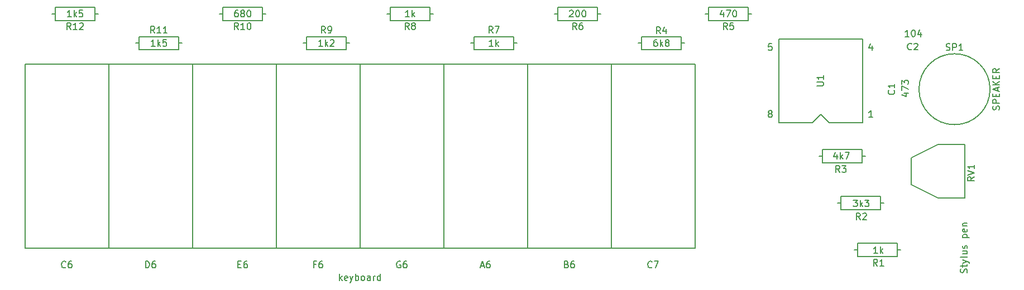
<source format=gto>
G04 #@! TF.FileFunction,Legend,Top*
%FSLAX46Y46*%
G04 Gerber Fmt 4.6, Leading zero omitted, Abs format (unit mm)*
G04 Created by KiCad (PCBNEW 4.0.1-stable) date 2016/10/28 19:38:33*
%MOMM*%
G01*
G04 APERTURE LIST*
%ADD10C,0.100000*%
%ADD11C,0.150000*%
G04 APERTURE END LIST*
D10*
D11*
X195490000Y-93510000D02*
X194220000Y-92240000D01*
X194220000Y-92240000D02*
X192950000Y-93510000D01*
X192950000Y-93510000D02*
X187870000Y-93510000D01*
X187870000Y-93510000D02*
X187870000Y-80810000D01*
X187870000Y-80810000D02*
X200570000Y-80810000D01*
X200570000Y-80810000D02*
X200570000Y-93510000D01*
X200570000Y-93510000D02*
X195490000Y-93510000D01*
X162470000Y-84620000D02*
X162470000Y-112560000D01*
X149770000Y-84620000D02*
X149770000Y-112560000D01*
X137070000Y-84620000D02*
X137070000Y-112560000D01*
X124370000Y-84620000D02*
X124370000Y-112560000D01*
X111670000Y-84620000D02*
X111670000Y-112560000D01*
X98970000Y-84620000D02*
X98970000Y-112560000D01*
X86270000Y-84620000D02*
X86270000Y-112560000D01*
X73570000Y-84620000D02*
X73570000Y-112560000D01*
X73570000Y-112560000D02*
X175170000Y-112560000D01*
X175170000Y-112560000D02*
X175170000Y-84620000D01*
X175170000Y-84620000D02*
X73570000Y-84620000D01*
X205856000Y-112814000D02*
X206356000Y-112814000D01*
X199856000Y-112814000D02*
X199356000Y-112814000D01*
X205856000Y-113814000D02*
X199856000Y-113814000D01*
X199856000Y-113814000D02*
X199856000Y-111814000D01*
X205856000Y-111814000D02*
X205856000Y-113814000D01*
X199856000Y-111814000D02*
X205856000Y-111814000D01*
X197316000Y-105702000D02*
X196816000Y-105702000D01*
X203316000Y-105702000D02*
X203816000Y-105702000D01*
X197316000Y-104702000D02*
X203316000Y-104702000D01*
X203316000Y-104702000D02*
X203316000Y-106702000D01*
X197316000Y-106702000D02*
X197316000Y-104702000D01*
X203316000Y-106702000D02*
X197316000Y-106702000D01*
X200522000Y-98590000D02*
X201022000Y-98590000D01*
X194522000Y-98590000D02*
X194022000Y-98590000D01*
X200522000Y-99590000D02*
X194522000Y-99590000D01*
X194522000Y-99590000D02*
X194522000Y-97590000D01*
X200522000Y-97590000D02*
X200522000Y-99590000D01*
X194522000Y-97590000D02*
X200522000Y-97590000D01*
X173090000Y-81445000D02*
X173590000Y-81445000D01*
X167090000Y-81445000D02*
X166590000Y-81445000D01*
X173090000Y-82445000D02*
X167090000Y-82445000D01*
X167090000Y-82445000D02*
X167090000Y-80445000D01*
X173090000Y-80445000D02*
X173090000Y-82445000D01*
X167090000Y-80445000D02*
X173090000Y-80445000D01*
X183250000Y-77000000D02*
X183750000Y-77000000D01*
X177250000Y-77000000D02*
X176750000Y-77000000D01*
X183250000Y-78000000D02*
X177250000Y-78000000D01*
X177250000Y-78000000D02*
X177250000Y-76000000D01*
X183250000Y-76000000D02*
X183250000Y-78000000D01*
X177250000Y-76000000D02*
X183250000Y-76000000D01*
X154390000Y-77000000D02*
X153890000Y-77000000D01*
X160390000Y-77000000D02*
X160890000Y-77000000D01*
X154390000Y-76000000D02*
X160390000Y-76000000D01*
X160390000Y-76000000D02*
X160390000Y-78000000D01*
X154390000Y-78000000D02*
X154390000Y-76000000D01*
X160390000Y-78000000D02*
X154390000Y-78000000D01*
X141690000Y-81445000D02*
X141190000Y-81445000D01*
X147690000Y-81445000D02*
X148190000Y-81445000D01*
X141690000Y-80445000D02*
X147690000Y-80445000D01*
X147690000Y-80445000D02*
X147690000Y-82445000D01*
X141690000Y-82445000D02*
X141690000Y-80445000D01*
X147690000Y-82445000D02*
X141690000Y-82445000D01*
X128990000Y-77000000D02*
X128490000Y-77000000D01*
X134990000Y-77000000D02*
X135490000Y-77000000D01*
X128990000Y-76000000D02*
X134990000Y-76000000D01*
X134990000Y-76000000D02*
X134990000Y-78000000D01*
X128990000Y-78000000D02*
X128990000Y-76000000D01*
X134990000Y-78000000D02*
X128990000Y-78000000D01*
X116290000Y-81445000D02*
X115790000Y-81445000D01*
X122290000Y-81445000D02*
X122790000Y-81445000D01*
X116290000Y-80445000D02*
X122290000Y-80445000D01*
X122290000Y-80445000D02*
X122290000Y-82445000D01*
X116290000Y-82445000D02*
X116290000Y-80445000D01*
X122290000Y-82445000D02*
X116290000Y-82445000D01*
X103590000Y-77000000D02*
X103090000Y-77000000D01*
X109590000Y-77000000D02*
X110090000Y-77000000D01*
X103590000Y-76000000D02*
X109590000Y-76000000D01*
X109590000Y-76000000D02*
X109590000Y-78000000D01*
X103590000Y-78000000D02*
X103590000Y-76000000D01*
X109590000Y-78000000D02*
X103590000Y-78000000D01*
X90890000Y-81445000D02*
X90390000Y-81445000D01*
X96890000Y-81445000D02*
X97390000Y-81445000D01*
X90890000Y-80445000D02*
X96890000Y-80445000D01*
X96890000Y-80445000D02*
X96890000Y-82445000D01*
X90890000Y-82445000D02*
X90890000Y-80445000D01*
X96890000Y-82445000D02*
X90890000Y-82445000D01*
X78190000Y-77000000D02*
X77690000Y-77000000D01*
X84190000Y-77000000D02*
X84690000Y-77000000D01*
X78190000Y-76000000D02*
X84190000Y-76000000D01*
X84190000Y-76000000D02*
X84190000Y-78000000D01*
X78190000Y-78000000D02*
X78190000Y-76000000D01*
X84190000Y-78000000D02*
X78190000Y-78000000D01*
X216064000Y-104940000D02*
X216064000Y-96812000D01*
X216064000Y-96812000D02*
X212000000Y-96812000D01*
X212000000Y-96812000D02*
X207936000Y-98844000D01*
X207936000Y-98844000D02*
X207936000Y-102908000D01*
X207936000Y-102908000D02*
X212000000Y-104940000D01*
X212000000Y-104940000D02*
X216064000Y-104940000D01*
X219928154Y-88430000D02*
G75*
G03X219928154Y-88430000I-5388154J0D01*
G01*
X193672381Y-87921905D02*
X194481905Y-87921905D01*
X194577143Y-87874286D01*
X194624762Y-87826667D01*
X194672381Y-87731429D01*
X194672381Y-87540952D01*
X194624762Y-87445714D01*
X194577143Y-87398095D01*
X194481905Y-87350476D01*
X193672381Y-87350476D01*
X194672381Y-86350476D02*
X194672381Y-86921905D01*
X194672381Y-86636191D02*
X193672381Y-86636191D01*
X193815238Y-86731429D01*
X193910476Y-86826667D01*
X193958095Y-86921905D01*
X186504762Y-92120952D02*
X186409524Y-92073333D01*
X186361905Y-92025714D01*
X186314286Y-91930476D01*
X186314286Y-91882857D01*
X186361905Y-91787619D01*
X186409524Y-91740000D01*
X186504762Y-91692381D01*
X186695239Y-91692381D01*
X186790477Y-91740000D01*
X186838096Y-91787619D01*
X186885715Y-91882857D01*
X186885715Y-91930476D01*
X186838096Y-92025714D01*
X186790477Y-92073333D01*
X186695239Y-92120952D01*
X186504762Y-92120952D01*
X186409524Y-92168571D01*
X186361905Y-92216190D01*
X186314286Y-92311429D01*
X186314286Y-92501905D01*
X186361905Y-92597143D01*
X186409524Y-92644762D01*
X186504762Y-92692381D01*
X186695239Y-92692381D01*
X186790477Y-92644762D01*
X186838096Y-92597143D01*
X186885715Y-92501905D01*
X186885715Y-92311429D01*
X186838096Y-92216190D01*
X186790477Y-92168571D01*
X186695239Y-92120952D01*
X186838096Y-81532381D02*
X186361905Y-81532381D01*
X186314286Y-82008571D01*
X186361905Y-81960952D01*
X186457143Y-81913333D01*
X186695239Y-81913333D01*
X186790477Y-81960952D01*
X186838096Y-82008571D01*
X186885715Y-82103810D01*
X186885715Y-82341905D01*
X186838096Y-82437143D01*
X186790477Y-82484762D01*
X186695239Y-82532381D01*
X186457143Y-82532381D01*
X186361905Y-82484762D01*
X186314286Y-82437143D01*
X202030477Y-81865714D02*
X202030477Y-82532381D01*
X201792381Y-81484762D02*
X201554286Y-82199048D01*
X202173334Y-82199048D01*
X202125715Y-92692381D02*
X201554286Y-92692381D01*
X201840000Y-92692381D02*
X201840000Y-91692381D01*
X201744762Y-91835238D01*
X201649524Y-91930476D01*
X201554286Y-91978095D01*
X121274761Y-117457381D02*
X121274761Y-116457381D01*
X121369999Y-117076429D02*
X121655714Y-117457381D01*
X121655714Y-116790714D02*
X121274761Y-117171667D01*
X122465238Y-117409762D02*
X122370000Y-117457381D01*
X122179523Y-117457381D01*
X122084285Y-117409762D01*
X122036666Y-117314524D01*
X122036666Y-116933571D01*
X122084285Y-116838333D01*
X122179523Y-116790714D01*
X122370000Y-116790714D01*
X122465238Y-116838333D01*
X122512857Y-116933571D01*
X122512857Y-117028810D01*
X122036666Y-117124048D01*
X122846190Y-116790714D02*
X123084285Y-117457381D01*
X123322381Y-116790714D02*
X123084285Y-117457381D01*
X122989047Y-117695476D01*
X122941428Y-117743095D01*
X122846190Y-117790714D01*
X123703333Y-117457381D02*
X123703333Y-116457381D01*
X123703333Y-116838333D02*
X123798571Y-116790714D01*
X123989048Y-116790714D01*
X124084286Y-116838333D01*
X124131905Y-116885952D01*
X124179524Y-116981190D01*
X124179524Y-117266905D01*
X124131905Y-117362143D01*
X124084286Y-117409762D01*
X123989048Y-117457381D01*
X123798571Y-117457381D01*
X123703333Y-117409762D01*
X124750952Y-117457381D02*
X124655714Y-117409762D01*
X124608095Y-117362143D01*
X124560476Y-117266905D01*
X124560476Y-116981190D01*
X124608095Y-116885952D01*
X124655714Y-116838333D01*
X124750952Y-116790714D01*
X124893810Y-116790714D01*
X124989048Y-116838333D01*
X125036667Y-116885952D01*
X125084286Y-116981190D01*
X125084286Y-117266905D01*
X125036667Y-117362143D01*
X124989048Y-117409762D01*
X124893810Y-117457381D01*
X124750952Y-117457381D01*
X125941429Y-117457381D02*
X125941429Y-116933571D01*
X125893810Y-116838333D01*
X125798572Y-116790714D01*
X125608095Y-116790714D01*
X125512857Y-116838333D01*
X125941429Y-117409762D02*
X125846191Y-117457381D01*
X125608095Y-117457381D01*
X125512857Y-117409762D01*
X125465238Y-117314524D01*
X125465238Y-117219286D01*
X125512857Y-117124048D01*
X125608095Y-117076429D01*
X125846191Y-117076429D01*
X125941429Y-117028810D01*
X126417619Y-117457381D02*
X126417619Y-116790714D01*
X126417619Y-116981190D02*
X126465238Y-116885952D01*
X126512857Y-116838333D01*
X126608095Y-116790714D01*
X126703334Y-116790714D01*
X127465239Y-117457381D02*
X127465239Y-116457381D01*
X127465239Y-117409762D02*
X127370001Y-117457381D01*
X127179524Y-117457381D01*
X127084286Y-117409762D01*
X127036667Y-117362143D01*
X126989048Y-117266905D01*
X126989048Y-116981190D01*
X127036667Y-116885952D01*
X127084286Y-116838333D01*
X127179524Y-116790714D01*
X127370001Y-116790714D01*
X127465239Y-116838333D01*
X168653334Y-115457143D02*
X168605715Y-115504762D01*
X168462858Y-115552381D01*
X168367620Y-115552381D01*
X168224762Y-115504762D01*
X168129524Y-115409524D01*
X168081905Y-115314286D01*
X168034286Y-115123810D01*
X168034286Y-114980952D01*
X168081905Y-114790476D01*
X168129524Y-114695238D01*
X168224762Y-114600000D01*
X168367620Y-114552381D01*
X168462858Y-114552381D01*
X168605715Y-114600000D01*
X168653334Y-114647619D01*
X168986667Y-114552381D02*
X169653334Y-114552381D01*
X169224762Y-115552381D01*
X155715239Y-115028571D02*
X155858096Y-115076190D01*
X155905715Y-115123810D01*
X155953334Y-115219048D01*
X155953334Y-115361905D01*
X155905715Y-115457143D01*
X155858096Y-115504762D01*
X155762858Y-115552381D01*
X155381905Y-115552381D01*
X155381905Y-114552381D01*
X155715239Y-114552381D01*
X155810477Y-114600000D01*
X155858096Y-114647619D01*
X155905715Y-114742857D01*
X155905715Y-114838095D01*
X155858096Y-114933333D01*
X155810477Y-114980952D01*
X155715239Y-115028571D01*
X155381905Y-115028571D01*
X156810477Y-114552381D02*
X156620000Y-114552381D01*
X156524762Y-114600000D01*
X156477143Y-114647619D01*
X156381905Y-114790476D01*
X156334286Y-114980952D01*
X156334286Y-115361905D01*
X156381905Y-115457143D01*
X156429524Y-115504762D01*
X156524762Y-115552381D01*
X156715239Y-115552381D01*
X156810477Y-115504762D01*
X156858096Y-115457143D01*
X156905715Y-115361905D01*
X156905715Y-115123810D01*
X156858096Y-115028571D01*
X156810477Y-114980952D01*
X156715239Y-114933333D01*
X156524762Y-114933333D01*
X156429524Y-114980952D01*
X156381905Y-115028571D01*
X156334286Y-115123810D01*
X142705714Y-115266667D02*
X143181905Y-115266667D01*
X142610476Y-115552381D02*
X142943809Y-114552381D01*
X143277143Y-115552381D01*
X144039048Y-114552381D02*
X143848571Y-114552381D01*
X143753333Y-114600000D01*
X143705714Y-114647619D01*
X143610476Y-114790476D01*
X143562857Y-114980952D01*
X143562857Y-115361905D01*
X143610476Y-115457143D01*
X143658095Y-115504762D01*
X143753333Y-115552381D01*
X143943810Y-115552381D01*
X144039048Y-115504762D01*
X144086667Y-115457143D01*
X144134286Y-115361905D01*
X144134286Y-115123810D01*
X144086667Y-115028571D01*
X144039048Y-114980952D01*
X143943810Y-114933333D01*
X143753333Y-114933333D01*
X143658095Y-114980952D01*
X143610476Y-115028571D01*
X143562857Y-115123810D01*
X130505715Y-114600000D02*
X130410477Y-114552381D01*
X130267620Y-114552381D01*
X130124762Y-114600000D01*
X130029524Y-114695238D01*
X129981905Y-114790476D01*
X129934286Y-114980952D01*
X129934286Y-115123810D01*
X129981905Y-115314286D01*
X130029524Y-115409524D01*
X130124762Y-115504762D01*
X130267620Y-115552381D01*
X130362858Y-115552381D01*
X130505715Y-115504762D01*
X130553334Y-115457143D01*
X130553334Y-115123810D01*
X130362858Y-115123810D01*
X131410477Y-114552381D02*
X131220000Y-114552381D01*
X131124762Y-114600000D01*
X131077143Y-114647619D01*
X130981905Y-114790476D01*
X130934286Y-114980952D01*
X130934286Y-115361905D01*
X130981905Y-115457143D01*
X131029524Y-115504762D01*
X131124762Y-115552381D01*
X131315239Y-115552381D01*
X131410477Y-115504762D01*
X131458096Y-115457143D01*
X131505715Y-115361905D01*
X131505715Y-115123810D01*
X131458096Y-115028571D01*
X131410477Y-114980952D01*
X131315239Y-114933333D01*
X131124762Y-114933333D01*
X131029524Y-114980952D01*
X130981905Y-115028571D01*
X130934286Y-115123810D01*
X117686667Y-115028571D02*
X117353333Y-115028571D01*
X117353333Y-115552381D02*
X117353333Y-114552381D01*
X117829524Y-114552381D01*
X118639048Y-114552381D02*
X118448571Y-114552381D01*
X118353333Y-114600000D01*
X118305714Y-114647619D01*
X118210476Y-114790476D01*
X118162857Y-114980952D01*
X118162857Y-115361905D01*
X118210476Y-115457143D01*
X118258095Y-115504762D01*
X118353333Y-115552381D01*
X118543810Y-115552381D01*
X118639048Y-115504762D01*
X118686667Y-115457143D01*
X118734286Y-115361905D01*
X118734286Y-115123810D01*
X118686667Y-115028571D01*
X118639048Y-114980952D01*
X118543810Y-114933333D01*
X118353333Y-114933333D01*
X118258095Y-114980952D01*
X118210476Y-115028571D01*
X118162857Y-115123810D01*
X105899524Y-115028571D02*
X106232858Y-115028571D01*
X106375715Y-115552381D02*
X105899524Y-115552381D01*
X105899524Y-114552381D01*
X106375715Y-114552381D01*
X107232858Y-114552381D02*
X107042381Y-114552381D01*
X106947143Y-114600000D01*
X106899524Y-114647619D01*
X106804286Y-114790476D01*
X106756667Y-114980952D01*
X106756667Y-115361905D01*
X106804286Y-115457143D01*
X106851905Y-115504762D01*
X106947143Y-115552381D01*
X107137620Y-115552381D01*
X107232858Y-115504762D01*
X107280477Y-115457143D01*
X107328096Y-115361905D01*
X107328096Y-115123810D01*
X107280477Y-115028571D01*
X107232858Y-114980952D01*
X107137620Y-114933333D01*
X106947143Y-114933333D01*
X106851905Y-114980952D01*
X106804286Y-115028571D01*
X106756667Y-115123810D01*
X91881905Y-115552381D02*
X91881905Y-114552381D01*
X92120000Y-114552381D01*
X92262858Y-114600000D01*
X92358096Y-114695238D01*
X92405715Y-114790476D01*
X92453334Y-114980952D01*
X92453334Y-115123810D01*
X92405715Y-115314286D01*
X92358096Y-115409524D01*
X92262858Y-115504762D01*
X92120000Y-115552381D01*
X91881905Y-115552381D01*
X93310477Y-114552381D02*
X93120000Y-114552381D01*
X93024762Y-114600000D01*
X92977143Y-114647619D01*
X92881905Y-114790476D01*
X92834286Y-114980952D01*
X92834286Y-115361905D01*
X92881905Y-115457143D01*
X92929524Y-115504762D01*
X93024762Y-115552381D01*
X93215239Y-115552381D01*
X93310477Y-115504762D01*
X93358096Y-115457143D01*
X93405715Y-115361905D01*
X93405715Y-115123810D01*
X93358096Y-115028571D01*
X93310477Y-114980952D01*
X93215239Y-114933333D01*
X93024762Y-114933333D01*
X92929524Y-114980952D01*
X92881905Y-115028571D01*
X92834286Y-115123810D01*
X79753334Y-115457143D02*
X79705715Y-115504762D01*
X79562858Y-115552381D01*
X79467620Y-115552381D01*
X79324762Y-115504762D01*
X79229524Y-115409524D01*
X79181905Y-115314286D01*
X79134286Y-115123810D01*
X79134286Y-114980952D01*
X79181905Y-114790476D01*
X79229524Y-114695238D01*
X79324762Y-114600000D01*
X79467620Y-114552381D01*
X79562858Y-114552381D01*
X79705715Y-114600000D01*
X79753334Y-114647619D01*
X80610477Y-114552381D02*
X80420000Y-114552381D01*
X80324762Y-114600000D01*
X80277143Y-114647619D01*
X80181905Y-114790476D01*
X80134286Y-114980952D01*
X80134286Y-115361905D01*
X80181905Y-115457143D01*
X80229524Y-115504762D01*
X80324762Y-115552381D01*
X80515239Y-115552381D01*
X80610477Y-115504762D01*
X80658096Y-115457143D01*
X80705715Y-115361905D01*
X80705715Y-115123810D01*
X80658096Y-115028571D01*
X80610477Y-114980952D01*
X80515239Y-114933333D01*
X80324762Y-114933333D01*
X80229524Y-114980952D01*
X80181905Y-115028571D01*
X80134286Y-115123810D01*
X205372143Y-88596666D02*
X205419762Y-88644285D01*
X205467381Y-88787142D01*
X205467381Y-88882380D01*
X205419762Y-89025238D01*
X205324524Y-89120476D01*
X205229286Y-89168095D01*
X205038810Y-89215714D01*
X204895952Y-89215714D01*
X204705476Y-89168095D01*
X204610238Y-89120476D01*
X204515000Y-89025238D01*
X204467381Y-88882380D01*
X204467381Y-88787142D01*
X204515000Y-88644285D01*
X204562619Y-88596666D01*
X205467381Y-87644285D02*
X205467381Y-88215714D01*
X205467381Y-87930000D02*
X204467381Y-87930000D01*
X204610238Y-88025238D01*
X204705476Y-88120476D01*
X204753095Y-88215714D01*
X206885714Y-89061904D02*
X207552381Y-89061904D01*
X206504762Y-89300000D02*
X207219048Y-89538095D01*
X207219048Y-88919047D01*
X206552381Y-88633333D02*
X206552381Y-87966666D01*
X207552381Y-88395238D01*
X206552381Y-87680952D02*
X206552381Y-87061904D01*
X206933333Y-87395238D01*
X206933333Y-87252380D01*
X206980952Y-87157142D01*
X207028571Y-87109523D01*
X207123810Y-87061904D01*
X207361905Y-87061904D01*
X207457143Y-87109523D01*
X207504762Y-87157142D01*
X207552381Y-87252380D01*
X207552381Y-87538095D01*
X207504762Y-87633333D01*
X207457143Y-87680952D01*
X208033334Y-82357143D02*
X207985715Y-82404762D01*
X207842858Y-82452381D01*
X207747620Y-82452381D01*
X207604762Y-82404762D01*
X207509524Y-82309524D01*
X207461905Y-82214286D01*
X207414286Y-82023810D01*
X207414286Y-81880952D01*
X207461905Y-81690476D01*
X207509524Y-81595238D01*
X207604762Y-81500000D01*
X207747620Y-81452381D01*
X207842858Y-81452381D01*
X207985715Y-81500000D01*
X208033334Y-81547619D01*
X208414286Y-81547619D02*
X208461905Y-81500000D01*
X208557143Y-81452381D01*
X208795239Y-81452381D01*
X208890477Y-81500000D01*
X208938096Y-81547619D01*
X208985715Y-81642857D01*
X208985715Y-81738095D01*
X208938096Y-81880952D01*
X208366667Y-82452381D01*
X208985715Y-82452381D01*
X207633334Y-80452381D02*
X207061905Y-80452381D01*
X207347619Y-80452381D02*
X207347619Y-79452381D01*
X207252381Y-79595238D01*
X207157143Y-79690476D01*
X207061905Y-79738095D01*
X208252381Y-79452381D02*
X208347620Y-79452381D01*
X208442858Y-79500000D01*
X208490477Y-79547619D01*
X208538096Y-79642857D01*
X208585715Y-79833333D01*
X208585715Y-80071429D01*
X208538096Y-80261905D01*
X208490477Y-80357143D01*
X208442858Y-80404762D01*
X208347620Y-80452381D01*
X208252381Y-80452381D01*
X208157143Y-80404762D01*
X208109524Y-80357143D01*
X208061905Y-80261905D01*
X208014286Y-80071429D01*
X208014286Y-79833333D01*
X208061905Y-79642857D01*
X208109524Y-79547619D01*
X208157143Y-79500000D01*
X208252381Y-79452381D01*
X209442858Y-79785714D02*
X209442858Y-80452381D01*
X209204762Y-79404762D02*
X208966667Y-80119048D01*
X209585715Y-80119048D01*
X202833334Y-115252381D02*
X202500000Y-114776190D01*
X202261905Y-115252381D02*
X202261905Y-114252381D01*
X202642858Y-114252381D01*
X202738096Y-114300000D01*
X202785715Y-114347619D01*
X202833334Y-114442857D01*
X202833334Y-114585714D01*
X202785715Y-114680952D01*
X202738096Y-114728571D01*
X202642858Y-114776190D01*
X202261905Y-114776190D01*
X203785715Y-115252381D02*
X203214286Y-115252381D01*
X203500000Y-115252381D02*
X203500000Y-114252381D01*
X203404762Y-114395238D01*
X203309524Y-114490476D01*
X203214286Y-114538095D01*
X202880953Y-113352381D02*
X202309524Y-113352381D01*
X202595238Y-113352381D02*
X202595238Y-112352381D01*
X202500000Y-112495238D01*
X202404762Y-112590476D01*
X202309524Y-112638095D01*
X203309524Y-113352381D02*
X203309524Y-112352381D01*
X203404762Y-112971429D02*
X203690477Y-113352381D01*
X203690477Y-112685714D02*
X203309524Y-113066667D01*
X200233334Y-108252381D02*
X199900000Y-107776190D01*
X199661905Y-108252381D02*
X199661905Y-107252381D01*
X200042858Y-107252381D01*
X200138096Y-107300000D01*
X200185715Y-107347619D01*
X200233334Y-107442857D01*
X200233334Y-107585714D01*
X200185715Y-107680952D01*
X200138096Y-107728571D01*
X200042858Y-107776190D01*
X199661905Y-107776190D01*
X200614286Y-107347619D02*
X200661905Y-107300000D01*
X200757143Y-107252381D01*
X200995239Y-107252381D01*
X201090477Y-107300000D01*
X201138096Y-107347619D01*
X201185715Y-107442857D01*
X201185715Y-107538095D01*
X201138096Y-107680952D01*
X200566667Y-108252381D01*
X201185715Y-108252381D01*
X199185714Y-105252381D02*
X199804762Y-105252381D01*
X199471428Y-105633333D01*
X199614286Y-105633333D01*
X199709524Y-105680952D01*
X199757143Y-105728571D01*
X199804762Y-105823810D01*
X199804762Y-106061905D01*
X199757143Y-106157143D01*
X199709524Y-106204762D01*
X199614286Y-106252381D01*
X199328571Y-106252381D01*
X199233333Y-106204762D01*
X199185714Y-106157143D01*
X200233333Y-106252381D02*
X200233333Y-105252381D01*
X200328571Y-105871429D02*
X200614286Y-106252381D01*
X200614286Y-105585714D02*
X200233333Y-105966667D01*
X200947619Y-105252381D02*
X201566667Y-105252381D01*
X201233333Y-105633333D01*
X201376191Y-105633333D01*
X201471429Y-105680952D01*
X201519048Y-105728571D01*
X201566667Y-105823810D01*
X201566667Y-106061905D01*
X201519048Y-106157143D01*
X201471429Y-106204762D01*
X201376191Y-106252381D01*
X201090476Y-106252381D01*
X200995238Y-106204762D01*
X200947619Y-106157143D01*
X197133334Y-101052381D02*
X196800000Y-100576190D01*
X196561905Y-101052381D02*
X196561905Y-100052381D01*
X196942858Y-100052381D01*
X197038096Y-100100000D01*
X197085715Y-100147619D01*
X197133334Y-100242857D01*
X197133334Y-100385714D01*
X197085715Y-100480952D01*
X197038096Y-100528571D01*
X196942858Y-100576190D01*
X196561905Y-100576190D01*
X197466667Y-100052381D02*
X198085715Y-100052381D01*
X197752381Y-100433333D01*
X197895239Y-100433333D01*
X197990477Y-100480952D01*
X198038096Y-100528571D01*
X198085715Y-100623810D01*
X198085715Y-100861905D01*
X198038096Y-100957143D01*
X197990477Y-101004762D01*
X197895239Y-101052381D01*
X197609524Y-101052381D01*
X197514286Y-101004762D01*
X197466667Y-100957143D01*
X196704524Y-98375714D02*
X196704524Y-99042381D01*
X196466428Y-97994762D02*
X196228333Y-98709048D01*
X196847381Y-98709048D01*
X197228333Y-99042381D02*
X197228333Y-98042381D01*
X197323571Y-98661429D02*
X197609286Y-99042381D01*
X197609286Y-98375714D02*
X197228333Y-98756667D01*
X197942619Y-98042381D02*
X198609286Y-98042381D01*
X198180714Y-99042381D01*
X169923334Y-79992381D02*
X169590000Y-79516190D01*
X169351905Y-79992381D02*
X169351905Y-78992381D01*
X169732858Y-78992381D01*
X169828096Y-79040000D01*
X169875715Y-79087619D01*
X169923334Y-79182857D01*
X169923334Y-79325714D01*
X169875715Y-79420952D01*
X169828096Y-79468571D01*
X169732858Y-79516190D01*
X169351905Y-79516190D01*
X170780477Y-79325714D02*
X170780477Y-79992381D01*
X170542381Y-78944762D02*
X170304286Y-79659048D01*
X170923334Y-79659048D01*
X169399524Y-80897381D02*
X169209047Y-80897381D01*
X169113809Y-80945000D01*
X169066190Y-80992619D01*
X168970952Y-81135476D01*
X168923333Y-81325952D01*
X168923333Y-81706905D01*
X168970952Y-81802143D01*
X169018571Y-81849762D01*
X169113809Y-81897381D01*
X169304286Y-81897381D01*
X169399524Y-81849762D01*
X169447143Y-81802143D01*
X169494762Y-81706905D01*
X169494762Y-81468810D01*
X169447143Y-81373571D01*
X169399524Y-81325952D01*
X169304286Y-81278333D01*
X169113809Y-81278333D01*
X169018571Y-81325952D01*
X168970952Y-81373571D01*
X168923333Y-81468810D01*
X169923333Y-81897381D02*
X169923333Y-80897381D01*
X170018571Y-81516429D02*
X170304286Y-81897381D01*
X170304286Y-81230714D02*
X169923333Y-81611667D01*
X170875714Y-81325952D02*
X170780476Y-81278333D01*
X170732857Y-81230714D01*
X170685238Y-81135476D01*
X170685238Y-81087857D01*
X170732857Y-80992619D01*
X170780476Y-80945000D01*
X170875714Y-80897381D01*
X171066191Y-80897381D01*
X171161429Y-80945000D01*
X171209048Y-80992619D01*
X171256667Y-81087857D01*
X171256667Y-81135476D01*
X171209048Y-81230714D01*
X171161429Y-81278333D01*
X171066191Y-81325952D01*
X170875714Y-81325952D01*
X170780476Y-81373571D01*
X170732857Y-81421190D01*
X170685238Y-81516429D01*
X170685238Y-81706905D01*
X170732857Y-81802143D01*
X170780476Y-81849762D01*
X170875714Y-81897381D01*
X171066191Y-81897381D01*
X171161429Y-81849762D01*
X171209048Y-81802143D01*
X171256667Y-81706905D01*
X171256667Y-81516429D01*
X171209048Y-81421190D01*
X171161429Y-81373571D01*
X171066191Y-81325952D01*
X180083334Y-79357381D02*
X179750000Y-78881190D01*
X179511905Y-79357381D02*
X179511905Y-78357381D01*
X179892858Y-78357381D01*
X179988096Y-78405000D01*
X180035715Y-78452619D01*
X180083334Y-78547857D01*
X180083334Y-78690714D01*
X180035715Y-78785952D01*
X179988096Y-78833571D01*
X179892858Y-78881190D01*
X179511905Y-78881190D01*
X180988096Y-78357381D02*
X180511905Y-78357381D01*
X180464286Y-78833571D01*
X180511905Y-78785952D01*
X180607143Y-78738333D01*
X180845239Y-78738333D01*
X180940477Y-78785952D01*
X180988096Y-78833571D01*
X181035715Y-78928810D01*
X181035715Y-79166905D01*
X180988096Y-79262143D01*
X180940477Y-79309762D01*
X180845239Y-79357381D01*
X180607143Y-79357381D01*
X180511905Y-79309762D01*
X180464286Y-79262143D01*
X179488096Y-76785714D02*
X179488096Y-77452381D01*
X179250000Y-76404762D02*
X179011905Y-77119048D01*
X179630953Y-77119048D01*
X179916667Y-76452381D02*
X180583334Y-76452381D01*
X180154762Y-77452381D01*
X181154762Y-76452381D02*
X181250001Y-76452381D01*
X181345239Y-76500000D01*
X181392858Y-76547619D01*
X181440477Y-76642857D01*
X181488096Y-76833333D01*
X181488096Y-77071429D01*
X181440477Y-77261905D01*
X181392858Y-77357143D01*
X181345239Y-77404762D01*
X181250001Y-77452381D01*
X181154762Y-77452381D01*
X181059524Y-77404762D01*
X181011905Y-77357143D01*
X180964286Y-77261905D01*
X180916667Y-77071429D01*
X180916667Y-76833333D01*
X180964286Y-76642857D01*
X181011905Y-76547619D01*
X181059524Y-76500000D01*
X181154762Y-76452381D01*
X157223334Y-79357381D02*
X156890000Y-78881190D01*
X156651905Y-79357381D02*
X156651905Y-78357381D01*
X157032858Y-78357381D01*
X157128096Y-78405000D01*
X157175715Y-78452619D01*
X157223334Y-78547857D01*
X157223334Y-78690714D01*
X157175715Y-78785952D01*
X157128096Y-78833571D01*
X157032858Y-78881190D01*
X156651905Y-78881190D01*
X158080477Y-78357381D02*
X157890000Y-78357381D01*
X157794762Y-78405000D01*
X157747143Y-78452619D01*
X157651905Y-78595476D01*
X157604286Y-78785952D01*
X157604286Y-79166905D01*
X157651905Y-79262143D01*
X157699524Y-79309762D01*
X157794762Y-79357381D01*
X157985239Y-79357381D01*
X158080477Y-79309762D01*
X158128096Y-79262143D01*
X158175715Y-79166905D01*
X158175715Y-78928810D01*
X158128096Y-78833571D01*
X158080477Y-78785952D01*
X157985239Y-78738333D01*
X157794762Y-78738333D01*
X157699524Y-78785952D01*
X157651905Y-78833571D01*
X157604286Y-78928810D01*
X156151905Y-76547619D02*
X156199524Y-76500000D01*
X156294762Y-76452381D01*
X156532858Y-76452381D01*
X156628096Y-76500000D01*
X156675715Y-76547619D01*
X156723334Y-76642857D01*
X156723334Y-76738095D01*
X156675715Y-76880952D01*
X156104286Y-77452381D01*
X156723334Y-77452381D01*
X157342381Y-76452381D02*
X157437620Y-76452381D01*
X157532858Y-76500000D01*
X157580477Y-76547619D01*
X157628096Y-76642857D01*
X157675715Y-76833333D01*
X157675715Y-77071429D01*
X157628096Y-77261905D01*
X157580477Y-77357143D01*
X157532858Y-77404762D01*
X157437620Y-77452381D01*
X157342381Y-77452381D01*
X157247143Y-77404762D01*
X157199524Y-77357143D01*
X157151905Y-77261905D01*
X157104286Y-77071429D01*
X157104286Y-76833333D01*
X157151905Y-76642857D01*
X157199524Y-76547619D01*
X157247143Y-76500000D01*
X157342381Y-76452381D01*
X158294762Y-76452381D02*
X158390001Y-76452381D01*
X158485239Y-76500000D01*
X158532858Y-76547619D01*
X158580477Y-76642857D01*
X158628096Y-76833333D01*
X158628096Y-77071429D01*
X158580477Y-77261905D01*
X158532858Y-77357143D01*
X158485239Y-77404762D01*
X158390001Y-77452381D01*
X158294762Y-77452381D01*
X158199524Y-77404762D01*
X158151905Y-77357143D01*
X158104286Y-77261905D01*
X158056667Y-77071429D01*
X158056667Y-76833333D01*
X158104286Y-76642857D01*
X158151905Y-76547619D01*
X158199524Y-76500000D01*
X158294762Y-76452381D01*
X144523334Y-79897381D02*
X144190000Y-79421190D01*
X143951905Y-79897381D02*
X143951905Y-78897381D01*
X144332858Y-78897381D01*
X144428096Y-78945000D01*
X144475715Y-78992619D01*
X144523334Y-79087857D01*
X144523334Y-79230714D01*
X144475715Y-79325952D01*
X144428096Y-79373571D01*
X144332858Y-79421190D01*
X143951905Y-79421190D01*
X144856667Y-78897381D02*
X145523334Y-78897381D01*
X145094762Y-79897381D01*
X144570953Y-81897381D02*
X143999524Y-81897381D01*
X144285238Y-81897381D02*
X144285238Y-80897381D01*
X144190000Y-81040238D01*
X144094762Y-81135476D01*
X143999524Y-81183095D01*
X144999524Y-81897381D02*
X144999524Y-80897381D01*
X145094762Y-81516429D02*
X145380477Y-81897381D01*
X145380477Y-81230714D02*
X144999524Y-81611667D01*
X131823334Y-79357381D02*
X131490000Y-78881190D01*
X131251905Y-79357381D02*
X131251905Y-78357381D01*
X131632858Y-78357381D01*
X131728096Y-78405000D01*
X131775715Y-78452619D01*
X131823334Y-78547857D01*
X131823334Y-78690714D01*
X131775715Y-78785952D01*
X131728096Y-78833571D01*
X131632858Y-78881190D01*
X131251905Y-78881190D01*
X132394762Y-78785952D02*
X132299524Y-78738333D01*
X132251905Y-78690714D01*
X132204286Y-78595476D01*
X132204286Y-78547857D01*
X132251905Y-78452619D01*
X132299524Y-78405000D01*
X132394762Y-78357381D01*
X132585239Y-78357381D01*
X132680477Y-78405000D01*
X132728096Y-78452619D01*
X132775715Y-78547857D01*
X132775715Y-78595476D01*
X132728096Y-78690714D01*
X132680477Y-78738333D01*
X132585239Y-78785952D01*
X132394762Y-78785952D01*
X132299524Y-78833571D01*
X132251905Y-78881190D01*
X132204286Y-78976429D01*
X132204286Y-79166905D01*
X132251905Y-79262143D01*
X132299524Y-79309762D01*
X132394762Y-79357381D01*
X132585239Y-79357381D01*
X132680477Y-79309762D01*
X132728096Y-79262143D01*
X132775715Y-79166905D01*
X132775715Y-78976429D01*
X132728096Y-78881190D01*
X132680477Y-78833571D01*
X132585239Y-78785952D01*
X131870953Y-77452381D02*
X131299524Y-77452381D01*
X131585238Y-77452381D02*
X131585238Y-76452381D01*
X131490000Y-76595238D01*
X131394762Y-76690476D01*
X131299524Y-76738095D01*
X132299524Y-77452381D02*
X132299524Y-76452381D01*
X132394762Y-77071429D02*
X132680477Y-77452381D01*
X132680477Y-76785714D02*
X132299524Y-77166667D01*
X119123334Y-79897381D02*
X118790000Y-79421190D01*
X118551905Y-79897381D02*
X118551905Y-78897381D01*
X118932858Y-78897381D01*
X119028096Y-78945000D01*
X119075715Y-78992619D01*
X119123334Y-79087857D01*
X119123334Y-79230714D01*
X119075715Y-79325952D01*
X119028096Y-79373571D01*
X118932858Y-79421190D01*
X118551905Y-79421190D01*
X119599524Y-79897381D02*
X119790000Y-79897381D01*
X119885239Y-79849762D01*
X119932858Y-79802143D01*
X120028096Y-79659286D01*
X120075715Y-79468810D01*
X120075715Y-79087857D01*
X120028096Y-78992619D01*
X119980477Y-78945000D01*
X119885239Y-78897381D01*
X119694762Y-78897381D01*
X119599524Y-78945000D01*
X119551905Y-78992619D01*
X119504286Y-79087857D01*
X119504286Y-79325952D01*
X119551905Y-79421190D01*
X119599524Y-79468810D01*
X119694762Y-79516429D01*
X119885239Y-79516429D01*
X119980477Y-79468810D01*
X120028096Y-79421190D01*
X120075715Y-79325952D01*
X118694762Y-81897381D02*
X118123333Y-81897381D01*
X118409047Y-81897381D02*
X118409047Y-80897381D01*
X118313809Y-81040238D01*
X118218571Y-81135476D01*
X118123333Y-81183095D01*
X119123333Y-81897381D02*
X119123333Y-80897381D01*
X119218571Y-81516429D02*
X119504286Y-81897381D01*
X119504286Y-81230714D02*
X119123333Y-81611667D01*
X119885238Y-80992619D02*
X119932857Y-80945000D01*
X120028095Y-80897381D01*
X120266191Y-80897381D01*
X120361429Y-80945000D01*
X120409048Y-80992619D01*
X120456667Y-81087857D01*
X120456667Y-81183095D01*
X120409048Y-81325952D01*
X119837619Y-81897381D01*
X120456667Y-81897381D01*
X105947143Y-79357381D02*
X105613809Y-78881190D01*
X105375714Y-79357381D02*
X105375714Y-78357381D01*
X105756667Y-78357381D01*
X105851905Y-78405000D01*
X105899524Y-78452619D01*
X105947143Y-78547857D01*
X105947143Y-78690714D01*
X105899524Y-78785952D01*
X105851905Y-78833571D01*
X105756667Y-78881190D01*
X105375714Y-78881190D01*
X106899524Y-79357381D02*
X106328095Y-79357381D01*
X106613809Y-79357381D02*
X106613809Y-78357381D01*
X106518571Y-78500238D01*
X106423333Y-78595476D01*
X106328095Y-78643095D01*
X107518571Y-78357381D02*
X107613810Y-78357381D01*
X107709048Y-78405000D01*
X107756667Y-78452619D01*
X107804286Y-78547857D01*
X107851905Y-78738333D01*
X107851905Y-78976429D01*
X107804286Y-79166905D01*
X107756667Y-79262143D01*
X107709048Y-79309762D01*
X107613810Y-79357381D01*
X107518571Y-79357381D01*
X107423333Y-79309762D01*
X107375714Y-79262143D01*
X107328095Y-79166905D01*
X107280476Y-78976429D01*
X107280476Y-78738333D01*
X107328095Y-78547857D01*
X107375714Y-78452619D01*
X107423333Y-78405000D01*
X107518571Y-78357381D01*
X105828096Y-76452381D02*
X105637619Y-76452381D01*
X105542381Y-76500000D01*
X105494762Y-76547619D01*
X105399524Y-76690476D01*
X105351905Y-76880952D01*
X105351905Y-77261905D01*
X105399524Y-77357143D01*
X105447143Y-77404762D01*
X105542381Y-77452381D01*
X105732858Y-77452381D01*
X105828096Y-77404762D01*
X105875715Y-77357143D01*
X105923334Y-77261905D01*
X105923334Y-77023810D01*
X105875715Y-76928571D01*
X105828096Y-76880952D01*
X105732858Y-76833333D01*
X105542381Y-76833333D01*
X105447143Y-76880952D01*
X105399524Y-76928571D01*
X105351905Y-77023810D01*
X106494762Y-76880952D02*
X106399524Y-76833333D01*
X106351905Y-76785714D01*
X106304286Y-76690476D01*
X106304286Y-76642857D01*
X106351905Y-76547619D01*
X106399524Y-76500000D01*
X106494762Y-76452381D01*
X106685239Y-76452381D01*
X106780477Y-76500000D01*
X106828096Y-76547619D01*
X106875715Y-76642857D01*
X106875715Y-76690476D01*
X106828096Y-76785714D01*
X106780477Y-76833333D01*
X106685239Y-76880952D01*
X106494762Y-76880952D01*
X106399524Y-76928571D01*
X106351905Y-76976190D01*
X106304286Y-77071429D01*
X106304286Y-77261905D01*
X106351905Y-77357143D01*
X106399524Y-77404762D01*
X106494762Y-77452381D01*
X106685239Y-77452381D01*
X106780477Y-77404762D01*
X106828096Y-77357143D01*
X106875715Y-77261905D01*
X106875715Y-77071429D01*
X106828096Y-76976190D01*
X106780477Y-76928571D01*
X106685239Y-76880952D01*
X107494762Y-76452381D02*
X107590001Y-76452381D01*
X107685239Y-76500000D01*
X107732858Y-76547619D01*
X107780477Y-76642857D01*
X107828096Y-76833333D01*
X107828096Y-77071429D01*
X107780477Y-77261905D01*
X107732858Y-77357143D01*
X107685239Y-77404762D01*
X107590001Y-77452381D01*
X107494762Y-77452381D01*
X107399524Y-77404762D01*
X107351905Y-77357143D01*
X107304286Y-77261905D01*
X107256667Y-77071429D01*
X107256667Y-76833333D01*
X107304286Y-76642857D01*
X107351905Y-76547619D01*
X107399524Y-76500000D01*
X107494762Y-76452381D01*
X93247143Y-79897381D02*
X92913809Y-79421190D01*
X92675714Y-79897381D02*
X92675714Y-78897381D01*
X93056667Y-78897381D01*
X93151905Y-78945000D01*
X93199524Y-78992619D01*
X93247143Y-79087857D01*
X93247143Y-79230714D01*
X93199524Y-79325952D01*
X93151905Y-79373571D01*
X93056667Y-79421190D01*
X92675714Y-79421190D01*
X94199524Y-79897381D02*
X93628095Y-79897381D01*
X93913809Y-79897381D02*
X93913809Y-78897381D01*
X93818571Y-79040238D01*
X93723333Y-79135476D01*
X93628095Y-79183095D01*
X95151905Y-79897381D02*
X94580476Y-79897381D01*
X94866190Y-79897381D02*
X94866190Y-78897381D01*
X94770952Y-79040238D01*
X94675714Y-79135476D01*
X94580476Y-79183095D01*
X93294762Y-81897381D02*
X92723333Y-81897381D01*
X93009047Y-81897381D02*
X93009047Y-80897381D01*
X92913809Y-81040238D01*
X92818571Y-81135476D01*
X92723333Y-81183095D01*
X93723333Y-81897381D02*
X93723333Y-80897381D01*
X93818571Y-81516429D02*
X94104286Y-81897381D01*
X94104286Y-81230714D02*
X93723333Y-81611667D01*
X95009048Y-80897381D02*
X94532857Y-80897381D01*
X94485238Y-81373571D01*
X94532857Y-81325952D01*
X94628095Y-81278333D01*
X94866191Y-81278333D01*
X94961429Y-81325952D01*
X95009048Y-81373571D01*
X95056667Y-81468810D01*
X95056667Y-81706905D01*
X95009048Y-81802143D01*
X94961429Y-81849762D01*
X94866191Y-81897381D01*
X94628095Y-81897381D01*
X94532857Y-81849762D01*
X94485238Y-81802143D01*
X80547143Y-79357381D02*
X80213809Y-78881190D01*
X79975714Y-79357381D02*
X79975714Y-78357381D01*
X80356667Y-78357381D01*
X80451905Y-78405000D01*
X80499524Y-78452619D01*
X80547143Y-78547857D01*
X80547143Y-78690714D01*
X80499524Y-78785952D01*
X80451905Y-78833571D01*
X80356667Y-78881190D01*
X79975714Y-78881190D01*
X81499524Y-79357381D02*
X80928095Y-79357381D01*
X81213809Y-79357381D02*
X81213809Y-78357381D01*
X81118571Y-78500238D01*
X81023333Y-78595476D01*
X80928095Y-78643095D01*
X81880476Y-78452619D02*
X81928095Y-78405000D01*
X82023333Y-78357381D01*
X82261429Y-78357381D01*
X82356667Y-78405000D01*
X82404286Y-78452619D01*
X82451905Y-78547857D01*
X82451905Y-78643095D01*
X82404286Y-78785952D01*
X81832857Y-79357381D01*
X82451905Y-79357381D01*
X80594762Y-77452381D02*
X80023333Y-77452381D01*
X80309047Y-77452381D02*
X80309047Y-76452381D01*
X80213809Y-76595238D01*
X80118571Y-76690476D01*
X80023333Y-76738095D01*
X81023333Y-77452381D02*
X81023333Y-76452381D01*
X81118571Y-77071429D02*
X81404286Y-77452381D01*
X81404286Y-76785714D02*
X81023333Y-77166667D01*
X82309048Y-76452381D02*
X81832857Y-76452381D01*
X81785238Y-76928571D01*
X81832857Y-76880952D01*
X81928095Y-76833333D01*
X82166191Y-76833333D01*
X82261429Y-76880952D01*
X82309048Y-76928571D01*
X82356667Y-77023810D01*
X82356667Y-77261905D01*
X82309048Y-77357143D01*
X82261429Y-77404762D01*
X82166191Y-77452381D01*
X81928095Y-77452381D01*
X81832857Y-77404762D01*
X81785238Y-77357143D01*
X217532381Y-101725238D02*
X217056190Y-102058572D01*
X217532381Y-102296667D02*
X216532381Y-102296667D01*
X216532381Y-101915714D01*
X216580000Y-101820476D01*
X216627619Y-101772857D01*
X216722857Y-101725238D01*
X216865714Y-101725238D01*
X216960952Y-101772857D01*
X217008571Y-101820476D01*
X217056190Y-101915714D01*
X217056190Y-102296667D01*
X216532381Y-101439524D02*
X217532381Y-101106191D01*
X216532381Y-100772857D01*
X217532381Y-99915714D02*
X217532381Y-100487143D01*
X217532381Y-100201429D02*
X216532381Y-100201429D01*
X216675238Y-100296667D01*
X216770476Y-100391905D01*
X216818095Y-100487143D01*
X213278095Y-82484762D02*
X213420952Y-82532381D01*
X213659048Y-82532381D01*
X213754286Y-82484762D01*
X213801905Y-82437143D01*
X213849524Y-82341905D01*
X213849524Y-82246667D01*
X213801905Y-82151429D01*
X213754286Y-82103810D01*
X213659048Y-82056190D01*
X213468571Y-82008571D01*
X213373333Y-81960952D01*
X213325714Y-81913333D01*
X213278095Y-81818095D01*
X213278095Y-81722857D01*
X213325714Y-81627619D01*
X213373333Y-81580000D01*
X213468571Y-81532381D01*
X213706667Y-81532381D01*
X213849524Y-81580000D01*
X214278095Y-82532381D02*
X214278095Y-81532381D01*
X214659048Y-81532381D01*
X214754286Y-81580000D01*
X214801905Y-81627619D01*
X214849524Y-81722857D01*
X214849524Y-81865714D01*
X214801905Y-81960952D01*
X214754286Y-82008571D01*
X214659048Y-82056190D01*
X214278095Y-82056190D01*
X215801905Y-82532381D02*
X215230476Y-82532381D01*
X215516190Y-82532381D02*
X215516190Y-81532381D01*
X215420952Y-81675238D01*
X215325714Y-81770476D01*
X215230476Y-81818095D01*
X221294762Y-91549048D02*
X221342381Y-91406191D01*
X221342381Y-91168095D01*
X221294762Y-91072857D01*
X221247143Y-91025238D01*
X221151905Y-90977619D01*
X221056667Y-90977619D01*
X220961429Y-91025238D01*
X220913810Y-91072857D01*
X220866190Y-91168095D01*
X220818571Y-91358572D01*
X220770952Y-91453810D01*
X220723333Y-91501429D01*
X220628095Y-91549048D01*
X220532857Y-91549048D01*
X220437619Y-91501429D01*
X220390000Y-91453810D01*
X220342381Y-91358572D01*
X220342381Y-91120476D01*
X220390000Y-90977619D01*
X221342381Y-90549048D02*
X220342381Y-90549048D01*
X220342381Y-90168095D01*
X220390000Y-90072857D01*
X220437619Y-90025238D01*
X220532857Y-89977619D01*
X220675714Y-89977619D01*
X220770952Y-90025238D01*
X220818571Y-90072857D01*
X220866190Y-90168095D01*
X220866190Y-90549048D01*
X220818571Y-89549048D02*
X220818571Y-89215714D01*
X221342381Y-89072857D02*
X221342381Y-89549048D01*
X220342381Y-89549048D01*
X220342381Y-89072857D01*
X221056667Y-88691905D02*
X221056667Y-88215714D01*
X221342381Y-88787143D02*
X220342381Y-88453810D01*
X221342381Y-88120476D01*
X221342381Y-87787143D02*
X220342381Y-87787143D01*
X221342381Y-87215714D02*
X220770952Y-87644286D01*
X220342381Y-87215714D02*
X220913810Y-87787143D01*
X220818571Y-86787143D02*
X220818571Y-86453809D01*
X221342381Y-86310952D02*
X221342381Y-86787143D01*
X220342381Y-86787143D01*
X220342381Y-86310952D01*
X221342381Y-85310952D02*
X220866190Y-85644286D01*
X221342381Y-85882381D02*
X220342381Y-85882381D01*
X220342381Y-85501428D01*
X220390000Y-85406190D01*
X220437619Y-85358571D01*
X220532857Y-85310952D01*
X220675714Y-85310952D01*
X220770952Y-85358571D01*
X220818571Y-85406190D01*
X220866190Y-85501428D01*
X220866190Y-85882381D01*
X216404762Y-116285715D02*
X216452381Y-116142858D01*
X216452381Y-115904762D01*
X216404762Y-115809524D01*
X216357143Y-115761905D01*
X216261905Y-115714286D01*
X216166667Y-115714286D01*
X216071429Y-115761905D01*
X216023810Y-115809524D01*
X215976190Y-115904762D01*
X215928571Y-116095239D01*
X215880952Y-116190477D01*
X215833333Y-116238096D01*
X215738095Y-116285715D01*
X215642857Y-116285715D01*
X215547619Y-116238096D01*
X215500000Y-116190477D01*
X215452381Y-116095239D01*
X215452381Y-115857143D01*
X215500000Y-115714286D01*
X215785714Y-115428572D02*
X215785714Y-115047620D01*
X215452381Y-115285715D02*
X216309524Y-115285715D01*
X216404762Y-115238096D01*
X216452381Y-115142858D01*
X216452381Y-115047620D01*
X215785714Y-114809524D02*
X216452381Y-114571429D01*
X215785714Y-114333333D02*
X216452381Y-114571429D01*
X216690476Y-114666667D01*
X216738095Y-114714286D01*
X216785714Y-114809524D01*
X216452381Y-113809524D02*
X216404762Y-113904762D01*
X216309524Y-113952381D01*
X215452381Y-113952381D01*
X215785714Y-112999999D02*
X216452381Y-112999999D01*
X215785714Y-113428571D02*
X216309524Y-113428571D01*
X216404762Y-113380952D01*
X216452381Y-113285714D01*
X216452381Y-113142856D01*
X216404762Y-113047618D01*
X216357143Y-112999999D01*
X216404762Y-112571428D02*
X216452381Y-112476190D01*
X216452381Y-112285714D01*
X216404762Y-112190475D01*
X216309524Y-112142856D01*
X216261905Y-112142856D01*
X216166667Y-112190475D01*
X216119048Y-112285714D01*
X216119048Y-112428571D01*
X216071429Y-112523809D01*
X215976190Y-112571428D01*
X215928571Y-112571428D01*
X215833333Y-112523809D01*
X215785714Y-112428571D01*
X215785714Y-112285714D01*
X215833333Y-112190475D01*
X215785714Y-110952380D02*
X216785714Y-110952380D01*
X215833333Y-110952380D02*
X215785714Y-110857142D01*
X215785714Y-110666665D01*
X215833333Y-110571427D01*
X215880952Y-110523808D01*
X215976190Y-110476189D01*
X216261905Y-110476189D01*
X216357143Y-110523808D01*
X216404762Y-110571427D01*
X216452381Y-110666665D01*
X216452381Y-110857142D01*
X216404762Y-110952380D01*
X216404762Y-109666665D02*
X216452381Y-109761903D01*
X216452381Y-109952380D01*
X216404762Y-110047618D01*
X216309524Y-110095237D01*
X215928571Y-110095237D01*
X215833333Y-110047618D01*
X215785714Y-109952380D01*
X215785714Y-109761903D01*
X215833333Y-109666665D01*
X215928571Y-109619046D01*
X216023810Y-109619046D01*
X216119048Y-110095237D01*
X215785714Y-109190475D02*
X216452381Y-109190475D01*
X215880952Y-109190475D02*
X215833333Y-109142856D01*
X215785714Y-109047618D01*
X215785714Y-108904760D01*
X215833333Y-108809522D01*
X215928571Y-108761903D01*
X216452381Y-108761903D01*
M02*

</source>
